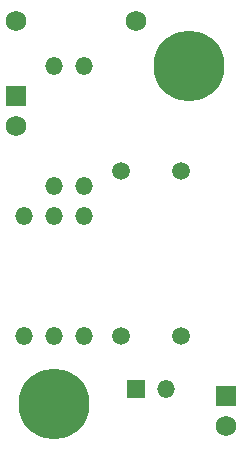
<source format=gbs>
G04 (created by PCBNEW (22-Jun-2014 BZR 4027)-stable) date Sat 24 Feb 2018 09:18:46 AM CST*
%MOIN*%
G04 Gerber Fmt 3.4, Leading zero omitted, Abs format*
%FSLAX34Y34*%
G01*
G70*
G90*
G04 APERTURE LIST*
%ADD10C,0.00590551*%
%ADD11R,0.069X0.069*%
%ADD12C,0.069*%
%ADD13O,0.059X0.059*%
%ADD14R,0.059X0.059*%
%ADD15C,0.059*%
%ADD16C,0.23622*%
G04 APERTURE END LIST*
G54D10*
G54D11*
X54500Y-42250D03*
G54D12*
X54500Y-43250D03*
G54D11*
X61500Y-52250D03*
G54D12*
X61500Y-53250D03*
G54D13*
X56750Y-50250D03*
X56750Y-46250D03*
X55750Y-46250D03*
X55750Y-50250D03*
X56750Y-41250D03*
X56750Y-45250D03*
X54750Y-50250D03*
X54750Y-46250D03*
G54D12*
X54500Y-39750D03*
X58500Y-39750D03*
G54D14*
X58500Y-52000D03*
G54D13*
X59500Y-52000D03*
G54D15*
X58000Y-44750D03*
X60000Y-44750D03*
X58000Y-50250D03*
X60000Y-50250D03*
G54D16*
X60250Y-41250D03*
X55750Y-52500D03*
G54D13*
X55750Y-41250D03*
X55750Y-45250D03*
M02*

</source>
